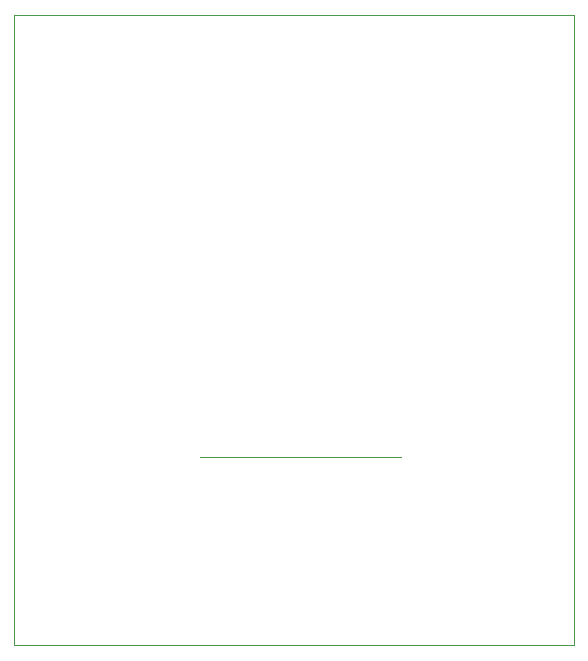
<source format=gbr>
%TF.GenerationSoftware,Altium Limited,Altium Designer,18.0.12 (696)*%
G04 Layer_Color=16711935*
%FSLAX26Y26*%
%MOIN*%
%TF.FileFunction,Other,Dimension*%
%TF.Part,Single*%
G01*
G75*
%TA.AperFunction,NonConductor*%
%ADD21C,0.000000*%
D21*
X1618420Y1627950D02*
X2290240D01*
X1000000Y1000000D02*
Y3099610D01*
X2866930D01*
Y1000000D02*
Y3099610D01*
X1000000Y1000000D02*
X2866930D01*
%TF.MD5,ef2c09fed5999910fc7f827265ce368e*%
M02*

</source>
